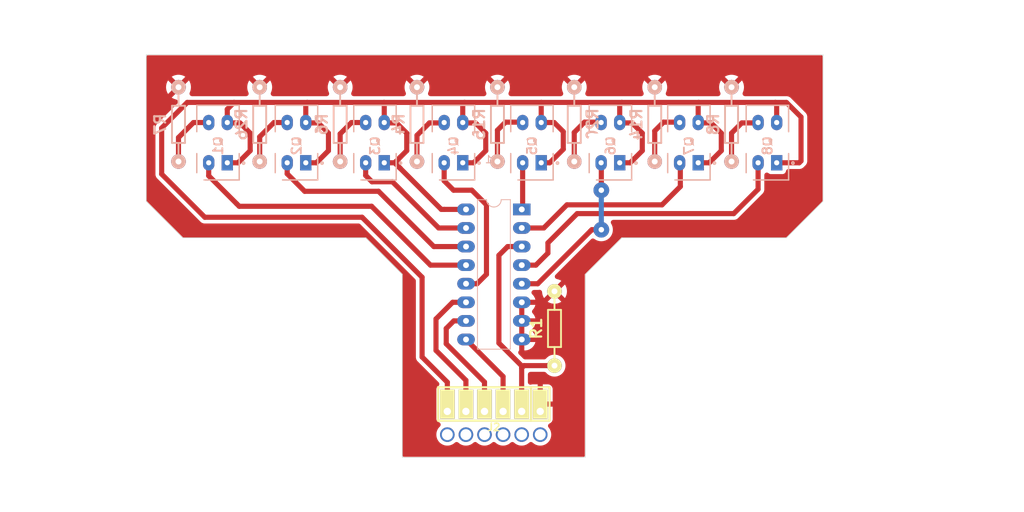
<source format=kicad_pcb>
(kicad_pcb (version 20240108) (generator "pcbnew") (generator_version "8.0")
  (layers (0 "F.Cu" signal) (31 "B.Cu" signal) (34 "B.Paste" user) (35 "F.Paste" user) (36 "B.SilkS" user "B.Silkscreen") (37 "F.SilkS" user "F.Silkscreen") (38 "B.Mask" user) (39 "F.Mask" user) (44 "Edge.Cuts" user))
  (net 0 "")
  (net 1 "/CH_5")
  (net 2 "/CH_2")
  (net 3 "VCC")
  (net 4 "/CH_7")
  (net 5 "/B")
  (net 6 "/C")
  (net 7 "/COM")
  (net 8 "/A")
  (net 9 "GND")
  (net 10 "/CH_4")
  (net 11 "Net-(Q2-K)")
  (net 12 "Net-(Q3-K)")
  (net 13 "/CH_1")
  (net 14 "Net-(Q8-K)")
  (net 15 "/CH_6")
  (net 16 "/CH_0")
  (net 17 "/CH_3")
  (net 18 "Net-(Q5-K)")
  (net 19 "Net-(Q6-K)")
  (net 20 "Net-(Q1-K)")
  (net 21 "Net-(Q7-K)")
  (net 22 "Net-(Q4-K)")
  (footprint "MacroLib:RES0.3" (layer "F.Cu") (at 150.8 119.9 90)
    (property "Reference" "R1" (at 0 -2.5 270) (layer "F.SilkS") (effects (font (size 1.5 1.5) (thickness 0.3))))
    (property "Value" "10k" (hide yes))
    (fp_line (start 2.54 -0.889) (end -2.54 -0.889) (stroke (width 0.254)) (layer "F.SilkS"))
    (fp_line (start -2.54 -0.889) (end -2.54 0.889) (stroke (width 0.254)) (layer "F.SilkS"))
    (fp_line (start 2.54 0) (end 4.191 0) (stroke (width 0.254)) (layer "F.SilkS"))
    (fp_line (start -2.54 0) (end -4.191 0) (stroke (width 0.254)) (layer "F.SilkS"))
    (fp_line (start 2.54 0.889) (end 2.54 -0.889) (stroke (width 0.254)) (layer "F.SilkS"))
    (fp_line (start -2.54 0.889) (end 2.54 0.889) (stroke (width 0.254)) (layer "F.SilkS"))
    (pad "1" thru_hole circle (at -5.08 0 90) (size 1.99898 1.99898) (drill 0.8001) (layers "*.Cu" "*.Mask" "F.SilkS") (net 7 "/COM"))
    (pad "2" thru_hole circle (at 5.08 0 90) (size 1.99898 1.99898) (drill 0.8001) (layers "*.Cu" "*.Mask" "F.SilkS") (net 9 "GND"))
  )
  (footprint "MacroLib:Pin_Header_Wire_6" (layer "F.Cu") (at 142.5 131.2387 180)
    (property "Reference" "J2" (at 0 -2.159 180) (layer "F.SilkS") (effects (font (size 1.016 1.016) (thickness 0.2032))))
    (property "Value" "Conn_01x06" (hide yes))
    (fp_line (start 7.62 3.3) (end -7.62 3.3) (stroke (width 0.3048)) (layer "F.SilkS"))
    (fp_line (start 7.62 -1.27) (end 7.62 3.3) (stroke (width 0.3048)) (layer "F.SilkS"))
    (fp_line (start -5.08 -1.27) (end -5.08 3.3) (stroke (width 0.3048)) (layer "F.SilkS"))
    (fp_line (start -7.62 3.3) (end -7.62 -1.27) (stroke (width 0.3048)) (layer "F.SilkS"))
    (fp_line (start -7.62 -1.27) (end 7.62 -1.27) (stroke (width 0.3048)) (layer "F.SilkS"))
    (pad "" thru_hole circle (at -6.35 -3.175 180) (size 2 2) (drill 1.5) (layers "*.Cu" "*.Mask"))
    (pad "" thru_hole circle (at -3.81 -3.175 180) (size 2 2) (drill 1.5) (layers "*.Cu" "*.Mask"))
    (pad "" thru_hole circle (at -1.27 -3.175 180) (size 2 2) (drill 1.5) (layers "*.Cu" "*.Mask"))
    (pad "" thru_hole circle (at 1.27 -3.175 180) (size 2 2) (drill 1.5) (layers "*.Cu" "*.Mask"))
    (pad "" thru_hole circle (at 3.81 -3.175 180) (size 2 2) (drill 1.5) (layers "*.Cu" "*.Mask"))
    (pad "" thru_hole circle (at 6.35 -3.175 180) (size 2 2) (drill 1.5) (layers "*.Cu" "*.Mask"))
    (pad "1" thru_hole rect (at -6.35 0 180) (size 2 4) (drill 1 (offset 0 1)) (layers "*.Cu" "F.SilkS") (net 9 "GND"))
    (pad "2" thru_hole rect (at -3.81 0 180) (size 2 4) (drill 1 (offset 0 1)) (layers "*.Cu" "F.SilkS") (net 7 "/COM"))
    (pad "3" thru_hole rect (at -1.27 0 180) (size 2 4) (drill 1 (offset 0 1)) (layers "*.Cu" "F.SilkS") (net 6 "/C"))
    (pad "4" thru_hole rect (at 1.27 0 180) (size 2 4) (drill 1 (offset 0 1)) (layers "*.Cu" "F.SilkS") (net 5 "/B"))
    (pad "5" thru_hole rect (at 3.81 0 180) (size 2 4) (drill 1 (offset 0 1)) (layers "*.Cu" "F.SilkS") (net 8 "/A"))
    (pad "6" thru_hole rect (at 6.35 0 180) (size 2 4) (drill 1 (offset 0 1)) (layers "*.Cu" "F.SilkS") (net 3 "VCC"))
  )
  (footprint "MacroLib:TCRT5000L" (layer "B.Cu") (at 179.9 94.5 90)
    (property "Reference" "Q8" (at -0.432 0.015 90) (layer "B.SilkS") (effects (font (size 1.27 1.27) (thickness 0.254)) (justify mirror)))
    (property "Value" "TCRT5000" (hide yes))
    (fp_line (start 1.5 -2.9) (end 5.1 -2.9) (stroke (width 0.2)) (layer "B.SilkS"))
    (fp_line (start -4.1 -2.9) (end -1.5 -2.9) (stroke (width 0.2)) (layer "B.SilkS"))
    (fp_line (start -5.1 -1.9) (end -5.1 2.9) (stroke (width 0.2)) (layer "B.SilkS"))
    (fp_line (start 5.1 2.9) (end 5.1 -2.9) (stroke (width 0.2)) (layer "B.SilkS"))
    (fp_line (start 1.5 2.9) (end 5.1 2.9) (stroke (width 0.2)) (layer "B.SilkS"))
    (fp_line (start -1.5 2.9) (end -5.1 2.9) (stroke (width 0.2)) (layer "B.SilkS"))
    (fp_circle (center -2.79 3.492) (end -2.79 3.434) (stroke (width 0.2)) (fill none) (layer "B.SilkS"))
    (pad "" np_thru_hole circle (at -4.65 -2.45 90) (size 1 1) (drill 1) (layers "*.Cu" "*.Mask"))
    (pad "" np_thru_hole circle (at 0 -1.9 90) (size 2.5 2.5) (drill 2.5) (layers "*.Cu" "*.Mask"))
    (pad "" np_thru_hole circle (at 0 1.9 90) (size 2.5 2.5) (drill 2.5) (layers "*.Cu" "*.Mask"))
    (pad "1" thru_hole rect (at -2.75 1.27 90) (size 2.1 1.55) (drill 0.7) (layers "*.Cu" "*.Mask") (net 3 "VCC"))
    (pad "2" thru_hole oval (at -2.75 -1.27 90) (size 2.1 1.55) (drill 0.7) (layers "*.Cu" "*.Mask") (net 4 "/CH_7"))
    (pad "3" thru_hole oval (at 2.75 -1.27 90) (size 2.1 1.55) (drill 0.7) (layers "*.Cu" "*.Mask") (net 14 "Net-(Q8-K)"))
    (pad "4" thru_hole oval (at 2.75 1.27 90) (size 2.1 1.55) (drill 0.7) (layers "*.Cu" "*.Mask") (net 3 "VCC"))
  )
  (footprint "MacroLib:TCRT5000L" (layer "B.Cu") (at 126.257142 94.5 90)
    (property "Reference" "Q3" (at -0.432 0.015 90) (layer "B.SilkS") (effects (font (size 1.27 1.27) (thickness 0.254)) (justify mirror)))
    (property "Value" "TCRT5000" (hide yes))
    (fp_line (start 1.5 -2.9) (end 5.1 -2.9) (stroke (width 0.2)) (layer "B.SilkS"))
    (fp_line (start -4.1 -2.9) (end -1.5 -2.9) (stroke (width 0.2)) (layer "B.SilkS"))
    (fp_line (start -5.1 -1.9) (end -5.1 2.9) (stroke (width 0.2)) (layer "B.SilkS"))
    (fp_line (start 5.1 2.9) (end 5.1 -2.9) (stroke (width 0.2)) (layer "B.SilkS"))
    (fp_line (start 1.5 2.9) (end 5.1 2.9) (stroke (width 0.2)) (layer "B.SilkS"))
    (fp_line (start -1.5 2.9) (end -5.1 2.9) (stroke (width 0.2)) (layer "B.SilkS"))
    (fp_circle (center -2.79 3.492) (end -2.79 3.434) (stroke (width 0.2)) (fill none) (layer "B.SilkS"))
    (pad "" np_thru_hole circle (at -4.65 -2.45 90) (size 1 1) (drill 1) (layers "*.Cu" "*.Mask"))
    (pad "" np_thru_hole circle (at 0 -1.9 90) (size 2.5 2.5) (drill 2.5) (layers "*.Cu" "*.Mask"))
    (pad "" np_thru_hole circle (at 0 1.9 90) (size 2.5 2.5) (drill 2.5) (layers "*.Cu" "*.Mask"))
    (pad "1" thru_hole rect (at -2.75 1.27 90) (size 2.1 1.55) (drill 0.7) (layers "*.Cu" "*.Mask") (net 3 "VCC"))
    (pad "2" thru_hole oval (at -2.75 -1.27 90) (size 2.1 1.55) (drill 0.7) (layers "*.Cu" "*.Mask") (net 2 "/CH_2"))
    (pad "3" thru_hole oval (at 2.75 -1.27 90) (size 2.1 1.55) (drill 0.7) (layers "*.Cu" "*.Mask") (net 12 "Net-(Q3-K)"))
    (pad "4" thru_hole oval (at 2.75 1.27 90) (size 2.1 1.55) (drill 0.7) (layers "*.Cu" "*.Mask") (net 3 "VCC"))
  )
  (footprint "MacroLib:RES0.3" (layer "B.Cu") (at 110.5 92 -90)
    (property "Reference" "R26" (at 0 2.5 90) (layer "B.SilkS") (effects (font (size 1.5 1.5) (thickness 0.3)) (justify mirror)))
    (property "Value" "220" (hide yes))
    (fp_line (start -2.54 0.889) (end 2.54 0.889) (stroke (width 0.254)) (layer "B.SilkS"))
    (fp_line (start 2.54 0.889) (end 2.54 -0.889) (stroke (width 0.254)) (layer "B.SilkS"))
    (fp_line (start -4.191 0) (end -2.54 0) (stroke (width 0.254)) (layer "B.SilkS"))
    (fp_line (start 4.191 0) (end 2.54 0) (stroke (width 0.254)) (layer "B.SilkS"))
    (fp_line (start -2.54 -0.889) (end -2.54 0.889) (stroke (width 0.254)) (layer "B.SilkS"))
    (fp_line (start 2.54 -0.889) (end -2.54 -0.889) (stroke (width 0.254)) (layer "B.SilkS"))
    (pad "1" thru_hole circle (at -5.08 0 270) (size 1.99898 1.99898) (drill 0.8001) (layers "*.Cu" "*.Mask" "B.SilkS") (net 9 "GND"))
    (pad "2" thru_hole circle (at 5.08 0 270) (size 1.99898 1.99898) (drill 0.8001) (layers "*.Cu" "*.Mask" "B.SilkS") (net 11 "Net-(Q2-K)"))
  )
  (footprint "MacroLib:RES0.3" (layer "B.Cu") (at 164.5 92 -90)
    (property "Reference" "R14" (at 0 2.5 90) (layer "B.SilkS") (effects (font (size 1.5 1.5) (thickness 0.3)) (justify mirror)))
    (property "Value" "220" (hide yes))
    (fp_line (start -2.54 0.889) (end 2.54 0.889) (stroke (width 0.254)) (layer "B.SilkS"))
    (fp_line (start 2.54 0.889) (end 2.54 -0.889) (stroke (width 0.254)) (layer "B.SilkS"))
    (fp_line (start -4.191 0) (end -2.54 0) (stroke (width 0.254)) (layer "B.SilkS"))
    (fp_line (start 4.191 0) (end 2.54 0) (stroke (width 0.254)) (layer "B.SilkS"))
    (fp_line (start -2.54 -0.889) (end -2.54 0.889) (stroke (width 0.254)) (layer "B.SilkS"))
    (fp_line (start 2.54 -0.889) (end -2.54 -0.889) (stroke (width 0.254)) (layer "B.SilkS"))
    (pad "1" thru_hole circle (at -5.08 0 270) (size 1.99898 1.99898) (drill 0.8001) (layers "*.Cu" "*.Mask" "B.SilkS") (net 9 "GND"))
    (pad "2" thru_hole circle (at 5.08 0 270) (size 1.99898 1.99898) (drill 0.8001) (layers "*.Cu" "*.Mask" "B.SilkS") (net 21 "Net-(Q7-K)"))
  )
  (footprint "MacroLib:RES0.3" (layer "B.Cu") (at 99.4 92 -90)
    (property "Reference" "R7" (at 0 2.5 90) (layer "B.SilkS") (effects (font (size 1.5 1.5) (thickness 0.3)) (justify mirror)))
    (property "Value" "220" (hide yes))
    (fp_line (start -2.54 0.889) (end 2.54 0.889) (stroke (width 0.254)) (layer "B.SilkS"))
    (fp_line (start 2.54 0.889) (end 2.54 -0.889) (stroke (width 0.254)) (layer "B.SilkS"))
    (fp_line (start -4.191 0) (end -2.54 0) (stroke (width 0.254)) (layer "B.SilkS"))
    (fp_line (start 4.191 0) (end 2.54 0) (stroke (width 0.254)) (layer "B.SilkS"))
    (fp_line (start -2.54 -0.889) (end -2.54 0.889) (stroke (width 0.254)) (layer "B.SilkS"))
    (fp_line (start 2.54 -0.889) (end -2.54 -0.889) (stroke (width 0.254)) (layer "B.SilkS"))
    (pad "1" thru_hole circle (at -5.08 0 270) (size 1.99898 1.99898) (drill 0.8001) (layers "*.Cu" "*.Mask" "B.SilkS") (net 9 "GND"))
    (pad "2" thru_hole circle (at 5.08 0 270) (size 1.99898 1.99898) (drill 0.8001) (layers "*.Cu" "*.Mask" "B.SilkS") (net 20 "Net-(Q1-K)"))
  )
  (footprint "MacroLib:RES0.3" (layer "B.Cu") (at 143 92 -90)
    (property "Reference" "R15" (at 0 2.5 90) (layer "B.SilkS") (effects (font (size 1.5 1.5) (thickness 0.3)) (justify mirror)))
    (property "Value" "220" (hide yes))
    (fp_line (start -2.54 0.889) (end 2.54 0.889) (stroke (width 0.254)) (layer "B.SilkS"))
    (fp_line (start 2.54 0.889) (end 2.54 -0.889) (stroke (width 0.254)) (layer "B.SilkS"))
    (fp_line (start -4.191 0) (end -2.54 0) (stroke (width 0.254)) (layer "B.SilkS"))
    (fp_line (start 4.191 0) (end 2.54 0) (stroke (width 0.254)) (layer "B.SilkS"))
    (fp_line (start -2.54 -0.889) (end -2.54 0.889) (stroke (width 0.254)) (layer "B.SilkS"))
    (fp_line (start 2.54 -0.889) (end -2.54 -0.889) (stroke (width 0.254)) (layer "B.SilkS"))
    (pad "1" thru_hole circle (at -5.08 0 270) (size 1.99898 1.99898) (drill 0.8001) (layers "*.Cu" "*.Mask" "B.SilkS") (net 9 "GND"))
    (pad "2" thru_hole circle (at 5.08 0 270) (size 1.99898 1.99898) (drill 0.8001) (layers "*.Cu" "*.Mask" "B.SilkS") (net 18 "Net-(Q5-K)"))
  )
  (footprint "MacroLib:TCRT5000L" (layer "B.Cu") (at 136.985713 94.5 90)
    (property "Reference" "Q4" (at -0.432 0.015 90) (layer "B.SilkS") (effects (font (size 1.27 1.27) (thickness 0.254)) (justify mirror)))
    (property "Value" "TCRT5000" (hide yes))
    (fp_line (start 1.5 -2.9) (end 5.1 -2.9) (stroke (width 0.2)) (layer "B.SilkS"))
    (fp_line (start -4.1 -2.9) (end -1.5 -2.9) (stroke (width 0.2)) (layer "B.SilkS"))
    (fp_line (start -5.1 -1.9) (end -5.1 2.9) (stroke (width 0.2)) (layer "B.SilkS"))
    (fp_line (start 5.1 2.9) (end 5.1 -2.9) (stroke (width 0.2)) (layer "B.SilkS"))
    (fp_line (start 1.5 2.9) (end 5.1 2.9) (stroke (width 0.2)) (layer "B.SilkS"))
    (fp_line (start -1.5 2.9) (end -5.1 2.9) (stroke (width 0.2)) (layer "B.SilkS"))
    (fp_circle (center -2.79 3.492) (end -2.79 3.434) (stroke (width 0.2)) (fill none) (layer "B.SilkS"))
    (pad "" np_thru_hole circle (at -4.65 -2.45 90) (size 1 1) (drill 1) (layers "*.Cu" "*.Mask"))
    (pad "" np_thru_hole circle (at 0 -1.9 90) (size 2.5 2.5) (drill 2.5) (layers "*.Cu" "*.Mask"))
    (pad "" np_thru_hole circle (at 0 1.9 90) (size 2.5 2.5) (drill 2.5) (layers "*.Cu" "*.Mask"))
    (pad "1" thru_hole rect (at -2.75 1.27 90) (size 2.1 1.55) (drill 0.7) (layers "*.Cu" "*.Mask") (net 3 "VCC"))
    (pad "2" thru_hole oval (at -2.75 -1.27 90) (size 2.1 1.55) (drill 0.7) (layers "*.Cu" "*.Mask") (net 17 "/CH_3"))
    (pad "3" thru_hole oval (at 2.75 -1.27 90) (size 2.1 1.55) (drill 0.7) (layers "*.Cu" "*.Mask") (net 22 "Net-(Q4-K)"))
    (pad "4" thru_hole oval (at 2.75 1.27 90) (size 2.1 1.55) (drill 0.7) (layers "*.Cu" "*.Mask") (net 3 "VCC"))
  )
  (footprint "MacroLib:DIP-16" (layer "B.Cu") (at 146.325 103.625 180)
    (property "Reference" "IC1" (at 3.81 6.83 180) (layer "B.SilkS") (effects (justify mirror)))
    (property "Value" "CD4051B")
    (fp_line (start 6.06 1.33) (end 6.06 -19.11) (stroke (width 0.12)) (layer "B.SilkS"))
    (fp_line (start 6.06 -19.11) (end 1.56 -19.11) (stroke (width 0.12)) (layer "B.SilkS"))
    (fp_line (start 4.81 1.33) (end 6.06 1.33) (stroke (width 0.12)) (layer "B.SilkS"))
    (fp_line (start 1.56 1.33) (end 2.81 1.33) (stroke (width 0.12)) (layer "B.SilkS"))
    (fp_line (start 1.56 -19.11) (end 1.56 1.33) (stroke (width 0.12)) (layer "B.SilkS"))
    (fp_arc (start 2.81 1.33) (mid 3.81 0.33) (end 4.81 1.33) (stroke (width 0.12)) (layer "B.SilkS"))
    (pad "1" thru_hole rect (at 0 0 180) (size 2.4 1.6) (drill 0.8) (layers "*.Cu" "*.Mask") (net 10 "/CH_4"))
    (pad "2" thru_hole oval (at 0 -2.54 180) (size 2.4 1.6) (drill 0.8) (layers "*.Cu" "*.Mask") (net 15 "/CH_6"))
    (pad "3" thru_hole oval (at 0 -5.08 180) (size 2.4 1.6) (drill 0.8) (layers "*.Cu" "*.Mask") (net 7 "/COM"))
    (pad "4" thru_hole oval (at 0 -7.62 180) (size 2.4 1.6) (drill 0.8) (layers "*.Cu" "*.Mask") (net 4 "/CH_7"))
    (pad "5" thru_hole oval (at 0 -10.16 180) (size 2.4 1.6) (drill 0.8) (layers "*.Cu" "*.Mask") (net 1 "/CH_5"))
    (pad "6" thru_hole oval (at 0 -12.7 180) (size 2.4 1.6) (drill 0.8) (layers "*.Cu" "*.Mask") (net 9 "GND"))
    (pad "7" thru_hole oval (at 0 -15.24 180) (size 2.4 1.6) (drill 0.8) (layers "*.Cu" "*.Mask") (net 9 "GND"))
    (pad "8" thru_hole oval (at 0 -17.78 180) (size 2.4 1.6) (drill 0.8) (layers "*.Cu" "*.Mask") (net 9 "GND"))
    (pad "9" thru_hole oval (at 7.62 -17.78 180) (size 2.4 1.6) (drill 0.8) (layers "*.Cu" "*.Mask") (net 6 "/C"))
    (pad "10" thru_hole oval (at 7.62 -15.24 180) (size 2.4 1.6) (drill 0.8) (layers "*.Cu" "*.Mask") (net 5 "/B"))
    (pad "11" thru_hole oval (at 7.62 -12.7 180) (size 2.4 1.6) (drill 0.8) (layers "*.Cu" "*.Mask") (net 8 "/A"))
    (pad "12" thru_hole oval (at 7.62 -10.16 180) (size 2.4 1.6) (drill 0.8) (layers "*.Cu" "*.Mask") (net 17 "/CH_3"))
    (pad "13" thru_hole oval (at 7.62 -7.62 180) (size 2.4 1.6) (drill 0.8) (layers "*.Cu" "*.Mask") (net 16 "/CH_0"))
    (pad "14" thru_hole oval (at 7.62 -5.08 180) (size 2.4 1.6) (drill 0.8) (layers "*.Cu" "*.Mask") (net 13 "/CH_1"))
    (pad "15" thru_hole oval (at 7.62 -2.54 180) (size 2.4 1.6) (drill 0.8) (layers "*.Cu" "*.Mask") (net 2 "/CH_2"))
    (pad "16" thru_hole oval (at 7.62 0 180) (size 2.4 1.6) (drill 0.8) (layers "*.Cu" "*.Mask") (net 3 "VCC"))
  )
  (footprint "MacroLib:RES0.3" (layer "B.Cu") (at 121.5 92 -90)
    (property "Reference" "R6" (at 0 2.5 90) (layer "B.SilkS") (effects (font (size 1.5 1.5) (thickness 0.3)) (justify mirror)))
    (property "Value" "220" (hide yes))
    (fp_line (start -2.54 0.889) (end 2.54 0.889) (stroke (width 0.254)) (layer "B.SilkS"))
    (fp_line (start 2.54 0.889) (end 2.54 -0.889) (stroke (width 0.254)) (layer "B.SilkS"))
    (fp_line (start -4.191 0) (end -2.54 0) (stroke (width 0.254)) (layer "B.SilkS"))
    (fp_line (start 4.191 0) (end 2.54 0) (stroke (width 0.254)) (layer "B.SilkS"))
    (fp_line (start -2.54 -0.889) (end -2.54 0.889) (stroke (width 0.254)) (layer "B.SilkS"))
    (fp_line (start 2.54 -0.889) (end -2.54 -0.889) (stroke (width 0.254)) (layer "B.SilkS"))
    (pad "1" thru_hole circle (at -5.08 0 270) (size 1.99898 1.99898) (drill 0.8001) (layers "*.Cu" "*.Mask" "B.SilkS") (net 9 "GND"))
    (pad "2" thru_hole circle (at 5.08 0 270) (size 1.99898 1.99898) (drill 0.8001) (layers "*.Cu" "*.Mask" "B.SilkS") (net 12 "Net-(Q3-K)"))
  )
  (footprint "MacroLib:RES0.3" (layer "B.Cu") (at 175 92 -90)
    (property "Reference" "R8" (at 0 2.5 90) (layer "B.SilkS") (effects (font (size 1.5 1.5) (thickness 0.3)) (justify mirror)))
    (property "Value" "220" (hide yes))
    (fp_line (start -2.54 0.889) (end 2.54 0.889) (stroke (width 0.254)) (layer "B.SilkS"))
    (fp_line (start 2.54 0.889) (end 2.54 -0.889) (stroke (width 0.254)) (layer "B.SilkS"))
    (fp_line (start -4.191 0) (end -2.54 0) (stroke (width 0.254)) (layer "B.SilkS"))
    (fp_line (start 4.191 0) (end 2.54 0) (stroke (width 0.254)) (layer "B.SilkS"))
    (fp_line (start -2.54 -0.889) (end -2.54 0.889) (stroke (width 0.254)) (layer "B.SilkS"))
    (fp_line (start 2.54 -0.889) (end -2.54 -0.889) (stroke (width 0.254)) (layer "B.SilkS"))
    (pad "1" thru_hole circle (at -5.08 0 270) (size 1.99898 1.99898) (drill 0.8001) (layers "*.Cu" "*.Mask" "B.SilkS") (net 9 "GND"))
    (pad "2" thru_hole circle (at 5.08 0 270) (size 1.99898 1.99898) (drill 0.8001) (layers "*.Cu" "*.Mask" "B.SilkS") (net 14 "Net-(Q8-K)"))
  )
  (footprint "MacroLib:RES0.3" (layer "B.Cu") (at 153.5 92 90)
    (property "Reference" "R20" (at 0 2.5 -90) (layer "B.SilkS") (effects (font (size 1.5 1.5) (thickness 0.3)) (justify mirror)))
    (property "Value" "220" (hide yes))
    (fp_line (start 2.54 -0.889) (end -2.54 -0.889) (stroke (width 0.254)) (layer "B.SilkS"))
    (fp_line (start -2.54 -0.889) (end -2.54 0.889) (stroke (width 0.254)) (layer "B.SilkS"))
    (fp_line (start 4.191 0) (end 2.54 0) (stroke (width 0.254)) (layer "B.SilkS"))
    (fp_line (start -4.191 0) (end -2.54 0) (stroke (width 0.254)) (layer "B.SilkS"))
    (fp_line (start 2.54 0.889) (end 2.54 -0.889) (stroke (width 0.254)) (layer "B.SilkS"))
    (fp_line (start -2.54 0.889) (end 2.54 0.889) (stroke (width 0.254)) (layer "B.SilkS"))
    (pad "1" thru_hole circle (at -5.08 0 90) (size 1.99898 1.99898) (drill 0.8001) (layers "*.Cu" "*.Mask" "B.SilkS") (net 19 "Net-(Q6-K)"))
    (pad "2" thru_hole circle (at 5.08 0 90) (size 1.99898 1.99898) (drill 0.8001) (layers "*.Cu" "*.Mask" "B.SilkS") (net 9 "GND"))
  )
  (footprint "MacroLib:RES0.3" (layer "B.Cu") (at 132 92 -90)
    (property "Reference" "R4" (at 0 2.5 90) (layer "B.SilkS") (effects (font (size 1.5 1.5) (thickness 0.3)) (justify mirror)))
    (property "Value" "220" (hide yes))
    (fp_line (start -2.54 0.889) (end 2.54 0.889) (stroke (width 0.254)) (layer "B.SilkS"))
    (fp_line (start 2.54 0.889) (end 2.54 -0.889) (stroke (width 0.254)) (layer "B.SilkS"))
    (fp_line (start -4.191 0) (end -2.54 0) (stroke (width 0.254)) (layer "B.SilkS"))
    (fp_line (start 4.191 0) (end 2.54 0) (stroke (width 0.254)) (layer "B.SilkS"))
    (fp_line (start -2.54 -0.889) (end -2.54 0.889) (stroke (width 0.254)) (layer "B.SilkS"))
    (fp_line (start 2.54 -0.889) (end -2.54 -0.889) (stroke (width 0.254)) (layer "B.SilkS"))
    (pad "1" thru_hole circle (at -5.08 0 270) (size 1.99898 1.99898) (drill 0.8001) (layers "*.Cu" "*.Mask" "B.SilkS") (net 9 "GND"))
    (pad "2" thru_hole circle (at 5.08 0 270) (size 1.99898 1.99898) (drill 0.8001) (layers "*.Cu" "*.Mask" "B.SilkS") (net 22 "Net-(Q4-K)"))
  )
  (footprint "MacroLib:TCRT5000L" (layer "B.Cu") (at 169.171426 94.5 90)
    (property "Reference" "Q7" (at -0.432 0.015 90) (layer "B.SilkS") (effects (font (size 1.27 1.27) (thickness 0.254)) (justify mirror)))
    (property "Value" "TCRT5000" (hide yes))
    (fp_line (start 1.5 -2.9) (end 5.1 -2.9) (stroke (width 0.2)) (layer "B.SilkS"))
    (fp_line (start -4.1 -2.9) (end -1.5 -2.9) (stroke (width 0.2)) (layer "B.SilkS"))
    (fp_line (start -5.1 -1.9) (end -5.1 2.9) (stroke (width 0.2)) (layer "B.SilkS"))
    (fp_line (start 5.1 2.9) (end 5.1 -2.9) (stroke (width 0.2)) (layer "B.SilkS"))
    (fp_line (start 1.5 2.9) (end 5.1 2.9) (stroke (width 0.2)) (layer "B.SilkS"))
    (fp_line (start -1.5 2.9) (end -5.1 2.9) (stroke (width 0.2)) (layer "B.SilkS"))
    (fp_circle (center -2.79 3.492) (end -2.79 3.434) (stroke (width 0.2)) (fill none) (layer "B.SilkS"))
    (pad "" np_thru_hole circle (at -4.65 -2.45 90) (size 1 1) (drill 1) (layers "*.Cu" "*.Mask"))
    (pad "" np_thru_hole circle (at 0 -1.9 90) (size 2.5 2.5) (drill 2.5) (layers "*.Cu" "*.Mask"))
    (pad "" np_thru_hole circle (at 0 1.9 90) (size 2.5 2.5) (drill 2.5) (layers "*.Cu" "*.Mask"))
    (pad "1" thru_hole rect (at -2.75 1.27 90) (size 2.1 1.55) (drill 0.7) (layers "*.Cu" "*.Mask") (net 3 "VCC"))
    (pad "2" thru_hole oval (at -2.75 -1.27 90) (size 2.1 1.55) (drill 0.7) (layers "*.Cu" "*.Mask") (net 15 "/CH_6"))
    (pad "3" thru_hole oval (at 2.75 -1.27 90) (size 2.1 1.55) (drill 0.7) (layers "*.Cu" "*.Mask") (net 21 "Net-(Q7-K)"))
    (pad "4" thru_hole oval (at 2.75 1.27 90) (size 2.1 1.55) (drill 0.7) (layers "*.Cu" "*.Mask") (net 3 "VCC"))
  )
  (footprint "MacroLib:TCRT5000L" (layer "B.Cu") (at 158.442855 94.5 90)
    (property "Reference" "Q6" (at -0.432 0.015 90) (layer "B.SilkS") (effects (font (size 1.27 1.27) (thickness 0.254)) (justify mirror)))
    (property "Value" "TCRT5000" (hide yes))
    (fp_line (start 1.5 -2.9) (end 5.1 -2.9) (stroke (width 0.2)) (layer "B.SilkS"))
    (fp_line (start -4.1 -2.9) (end -1.5 -2.9) (stroke (width 0.2)) (layer "B.SilkS"))
    (fp_line (start -5.1 -1.9) (end -5.1 2.9) (stroke (width 0.2)) (layer "B.SilkS"))
    (fp_line (start 5.1 2.9) (end 5.1 -2.9) (stroke (width 0.2)) (layer "B.SilkS"))
    (fp_line (start 1.5 2.9) (end 5.1 2.9) (stroke (width 0.2)) (layer "B.SilkS"))
    (fp_line (start -1.5 2.9) (end -5.1 2.9) (stroke (width 0.2)) (layer "B.SilkS"))
    (fp_circle (center -2.79 3.492) (end -2.79 3.434) (stroke (width 0.2)) (fill none) (layer "B.SilkS"))
    (pad "" np_thru_hole circle (at -4.65 -2.45 90) (size 1 1) (drill 1) (layers "*.Cu" "*.Mask"))
    (pad "" np_thru_hole circle (at 0 -1.9 90) (size 2.5 2.5) (drill 2.5) (layers "*.Cu" "*.Mask"))
    (pad "" np_thru_hole circle (at 0 1.9 90) (size 2.5 2.5) (drill 2.5) (layers "*.Cu" "*.Mask"))
    (pad "1" thru_hole rect (at -2.75 1.27 90) (size 2.1 1.55) (drill 0.7) (layers "*.Cu" "*.Mask") (net 3 "VCC"))
    (pad "2" thru_hole oval (at -2.75 -1.27 90) (size 2.1 1.55) (drill 0.7) (layers "*.Cu" "*.Mask") (net 1 "/CH_5"))
    (pad "3" thru_hole oval (at 2.75 -1.27 90) (size 2.1 1.55) (drill 0.7) (layers "*.Cu" "*.Mask") (net 19 "Net-(Q6-K)"))
    (pad "4" thru_hole oval (at 2.75 1.27 90) (size 2.1 1.55) (drill 0.7) (layers "*.Cu" "*.Mask") (net 3 "VCC"))
  )
  (footprint "MacroLib:TCRT5000L" (layer "B.Cu") (at 147.714284 94.5 90)
    (property "Reference" "Q5" (at -0.432 0.015 90) (layer "B.SilkS") (effects (font (size 1.27 1.27) (thickness 0.254)) (justify mirror)))
    (property "Value" "TCRT5000" (hide yes))
    (fp_line (start 1.5 -2.9) (end 5.1 -2.9) (stroke (width 0.2)) (layer "B.SilkS"))
    (fp_line (start -4.1 -2.9) (end -1.5 -2.9) (stroke (width 0.2)) (layer "B.SilkS"))
    (fp_line (start -5.1 -1.9) (end -5.1 2.9) (stroke (width 0.2)) (layer "B.SilkS"))
    (fp_line (start 5.1 2.9) (end 5.1 -2.9) (stroke (width 0.2)) (layer "B.SilkS"))
    (fp_line (start 1.5 2.9) (end 5.1 2.9) (stroke (width 0.2)) (layer "B.SilkS"))
    (fp_line (start -1.5 2.9) (end -5.1 2.9) (stroke (width 0.2)) (layer "B.SilkS"))
    (fp_circle (center -2.79 3.492) (end -2.79 3.434) (stroke (width 0.2)) (fill none) (layer "B.SilkS"))
    (pad "" np_thru_hole circle (at -4.65 -2.45 90) (size 1 1) (drill 1) (layers "*.Cu" "*.Mask"))
    (pad "" np_thru_hole circle (at 0 -1.9 90) (size 2.5 2.5) (drill 2.5) (layers "*.Cu" "*.Mask"))
    (pad "" np_thru_hole circle (at 0 1.9 90) (size 2.5 2.5) (drill 2.5) (layers "*.Cu" "*.Mask"))
    (pad "1" thru_hole rect (at -2.75 1.27 90) (size 2.1 1.55) (drill 0.7) (layers "*.Cu" "*.Mask") (net 3 "VCC"))
    (pad "2" thru_hole oval (at -2.75 -1.27 90) (size 2.1 1.55) (drill 0.7) (layers "*.Cu" "*.Mask") (net 10 "/CH_4"))
    (pad "3" thru_hole oval (at 2.75 -1.27 90) (size 2.1 1.55) (drill 0.7) (layers "*.Cu" "*.Mask") (net 18 "Net-(Q5-K)"))
    (pad "4" thru_hole oval (at 2.75 1.27 90) (size 2.1 1.55) (drill 0.7) (layers "*.Cu" "*.Mask") (net 3 "VCC"))
  )
  (footprint "MacroLib:TCRT5000L" (layer "B.Cu") (at 104.8 94.5 90)
    (property "Reference" "Q1" (at -0.432 0.015 90) (layer "B.SilkS") (effects (font (size 1.27 1.27) (thickness 0.254)) (justify mirror)))
    (property "Value" "TCRT5000" (hide yes))
    (fp_line (start 1.5 -2.9) (end 5.1 -2.9) (stroke (width 0.2)) (layer "B.SilkS"))
    (fp_line (start -4.1 -2.9) (end -1.5 -2.9) (stroke (width 0.2)) (layer "B.SilkS"))
    (fp_line (start -5.1 -1.9) (end -5.1 2.9) (stroke (width 0.2)) (layer "B.SilkS"))
    (fp_line (start 5.1 2.9) (end 5.1 -2.9) (stroke (width 0.2)) (layer "B.SilkS"))
    (fp_line (start 1.5 2.9) (end 5.1 2.9) (stroke (width 0.2)) (layer "B.SilkS"))
    (fp_line (start -1.5 2.9) (end -5.1 2.9) (stroke (width 0.2)) (layer "B.SilkS"))
    (fp_circle (center -2.79 3.492) (end -2.79 3.434) (stroke (width 0.2)) (fill none) (layer "B.SilkS"))
    (pad "" np_thru_hole circle (at -4.65 -2.45 90) (size 1 1) (drill 1) (layers "*.Cu" "*.Mask"))
    (pad "" np_thru_hole circle (at 0 -1.9 90) (size 2.5 2.5) (drill 2.5) (layers "*.Cu" "*.Mask"))
    (pad "" np_thru_hole circle (at 0 1.9 90) (size 2.5 2.5) (drill 2.5) (layers "*.Cu" "*.Mask"))
    (pad "1" thru_hole rect (at -2.75 1.27 90) (size 2.1 1.55) (drill 0.7) (layers "*.Cu" "*.Mask") (net 3 "VCC"))
    (pad "2" thru_hole oval (at -2.75 -1.27 90) (size 2.1 1.55) (drill 0.7) (layers "*.Cu" "*.Mask") (net 16 "/CH_0"))
    (pad "3" thru_hole oval (at 2.75 -1.27 90) (size 2.1 1.55) (drill 0.7) (layers "*.Cu" "*.Mask") (net 20 "Net-(Q1-K)"))
    (pad "4" thru_hole oval (at 2.75 1.27 90) (size 2.1 1.55) (drill 0.7) (layers "*.Cu" "*.Mask") (net 3 "VCC"))
  )
  (footprint "MacroLib:TCRT5000L" (layer "B.Cu") (at 115.528571 94.5 90)
    (property "Reference" "Q2" (at -0.432 0.015 90) (layer "B.SilkS") (effects (font (size 1.27 1.27) (thickness 0.254)) (justify mirror)))
    (property "Value" "TCRT5000" (hide yes))
    (fp_line (start 1.5 -2.9) (end 5.1 -2.9) (stroke (width 0.2)) (layer "B.SilkS"))
    (fp_line (start -4.1 -2.9) (end -1.5 -2.9) (stroke (width 0.2)) (layer "B.SilkS"))
    (fp_line (start -5.1 -1.9) (end -5.1 2.9) (stroke (width 0.2)) (layer "B.SilkS"))
    (fp_line (start 5.1 2.9) (end 5.1 -2.9) (stroke (width 0.2)) (layer "B.SilkS"))
    (fp_line (start 1.5 2.9) (end 5.1 2.9) (stroke (width 0.2)) (layer "B.SilkS"))
    (fp_line (start -1.5 2.9) (end -5.1 2.9) (stroke (width 0.2)) (layer "B.SilkS"))
    (fp_circle (center -2.79 3.492) (end -2.79 3.434) (stroke (width 0.2)) (fill none) (layer "B.SilkS"))
    (pad "" np_thru_hole circle (at -4.65 -2.45 90) (size 1 1) (drill 1) (layers "*.Cu" "*.Mask"))
    (pad "" np_thru_hole circle (at 0 -1.9 90) (size 2.5 2.5) (drill 2.5) (layers "*.Cu" "*.Mask"))
    (pad "" np_thru_hole circle (at 0 1.9 90) (size 2.5 2.5) (drill 2.5) (layers "*.Cu" "*.Mask"))
    (pad "1" thru_hole rect (at -2.75 1.27 90) (size 2.1 1.55) (drill 0.7) (layers "*.Cu" "*.Mask") (net 3 "VCC"))
    (pad "2" thru_hole oval (at -2.75 -1.27 90) (size 2.1 1.55) (drill 0.7) (layers "*.Cu" "*.Mask") (net 13 "/CH_1"))
    (pad "3" thru_hole oval (at 2.75 -1.27 90) (size 2.1 1.55) (drill 0.7) (layers "*.Cu" "*.Mask") (net 11 "Net-(Q2-K)"))
    (pad "4" thru_hole oval (at 2.75 1.27 90) (size 2.1 1.55) (drill 0.7) (layers "*.Cu" "*.Mask") (net 3 "VCC"))
  )
  (gr_line (start 95 82.5) (end 95 102.5) (stroke (width 0.1)) (layer "Edge.Cuts"))
  (gr_line (start 160 107.5) (end 182.5 107.5) (stroke (width 0.1)) (layer "Edge.Cuts"))
  (gr_line (start 125 107.5) (end 130 112.5) (stroke (width 0.1)) (layer "Edge.Cuts"))
  (gr_line (start 130 112.5) (end 130 137.5) (stroke (width 0.1)) (layer "Edge.Cuts"))
  (gr_line (start 95 102.5) (end 100 107.5) (stroke (width 0.1)) (layer "Edge.Cuts"))
  (gr_line (start 155 112.5) (end 160 107.5) (stroke (width 0.1)) (layer "Edge.Cuts"))
  (gr_line (start 130 137.5) (end 155 137.5) (stroke (width 0.1)) (layer "Edge.Cuts"))
  (gr_line (start 100 107.5) (end 125 107.5) (stroke (width 0.1)) (layer "Edge.Cuts"))
  (gr_line (start 155 137.5) (end 155 112.5) (stroke (width 0.1)) (layer "Edge.Cuts"))
  (gr_line (start 182.5 107.5) (end 187.5 102.5) (stroke (width 0.1)) (layer "Edge.Cuts"))
  (gr_line (start 187.5 102.5) (end 187.5 82.5) (stroke (width 0.1)) (layer "Edge.Cuts"))
  (gr_line (start 187.5 82.5) (end 95 82.5) (stroke (width 0.1)) (layer "Edge.Cuts"))
  (segment (start 157.2 97.277145) (end 157.172855 97.25) (width 0.7) (layer "F.Cu") (net 1))
  (segment (start 155.7 106.6) (end 155.9 106.4) (width 0.7) (layer "F.Cu") (net 1))
  (segment (start 148.515 113.785) (end 155.7 106.6) (width 0.7) (layer "F.Cu") (net 1))
  (segment (start 146.325 113.785) (end 148.515 113.785) (width 0.7) (layer "F.Cu") (net 1))
  (segment (start 155.9 106.4) (end 157.2 106.4) (width 0.7) (layer "F.Cu") (net 1))
  (segment (start 157.2 101) (end 157.2 97.277145) (width 0.7) (layer "F.Cu") (net 1))
  (via (at 157.2 106.4) (size 2.15) (drill 0.75) (layers "F.Cu" "B.Cu") (net 1))
  (via (at 157.2 101) (size 2.15) (drill 0.75) (layers "F.Cu" "B.Cu") (net 1))
  (segment (start 157.2 106.4) (end 157.2 101) (width 0.7) (layer "B.Cu") (net 1))
  (segment (start 134.965 106.165) (end 128.65 99.85) (width 0.7) (layer "F.Cu") (net 2))
  (segment (start 128.65 99.85) (end 125.85 99.85) (width 0.7) (layer "F.Cu") (net 2))
  (segment (start 124.987142 98.987142) (end 124.987142 97.25) (width 0.7) (layer "F.Cu") (net 2))
  (segment (start 138.705 106.165) (end 134.965 106.165) (width 0.7) (layer "F.Cu") (net 2))
  (segment (start 125.85 99.85) (end 124.987142 98.987142) (width 0.7) (layer "F.Cu") (net 2))
  (segment (start 128.95 97.25) (end 129.4 96.8) (width 0.7) (layer "F.Cu") (net 3))
  (segment (start 141.4 93.2) (end 140 91.8) (width 0.7) (layer "F.Cu") (net 3))
  (segment (start 129.7 98) (end 135.325 103.625) (width 0.7) (layer "F.Cu") (net 3))
  (segment (start 135.325 103.625) (end 135.725 103.625) (width 0.7) (layer "F.Cu") (net 3))
  (segment (start 116.798571 91.75) (end 116.798571 89.201429) (width 0.7) (layer "F.Cu") (net 3))
  (segment (start 181.17 89.17) (end 181.17 91.75) (width 0.7) (layer "F.Cu") (net 3))
  (segment (start 149 89) (end 160 89) (width 0.7) (layer "F.Cu") (net 3))
  (segment (start 116.812855 97.25) (end 118.25 97.25) (width 0.7) (layer "F.Cu") (net 3))
  (segment (start 124.5 104.7) (end 132.7 112.9) (width 0.7) (layer "F.Cu") (net 3))
  (segment (start 159.712855 89.287145) (end 160 89) (width 0.7) (layer "F.Cu") (net 3))
  (segment (start 148.984284 97.25) (end 150.15 97.25) (width 0.7) (layer "F.Cu") (net 3))
  (segment (start 119.9 93.2) (end 118.5 91.8) (width 0.7) (layer "F.Cu") (net 3))
  (segment (start 160 89) (end 170.5 89) (width 0.7) (layer "F.Cu") (net 3))
  (segment (start 118.5 91.8) (end 116.862855 91.8) (width 0.7) (layer "F.Cu") (net 3))
  (segment (start 132.7 112.9) (end 132.7 123.8) (width 0.7) (layer "F.Cu") (net 3))
  (segment (start 170.562855 91.8) (end 170.512855 91.75) (width 0.7) (layer "F.Cu") (net 3))
  (segment (start 148.984284 89.015716) (end 149 89) (width 0.7) (layer "F.Cu") (net 3))
  (segment (start 141.4 95.6) (end 141.4 93.2) (width 0.7) (layer "F.Cu") (net 3))
  (segment (start 107.55 97.25) (end 109.2 95.6) (width 0.7) (layer "F.Cu") (net 3))
  (segment (start 148.984284 91.75) (end 148.984284 89.015716) (width 0.7) (layer "F.Cu") (net 3))
  (segment (start 152 95.4) (end 152 93) (width 0.7) (layer "F.Cu") (net 3))
  (segment (start 107 89) (end 117 89) (width 0.7) (layer "F.Cu") (net 3))
  (segment (start 150.75 91.75) (end 148.984284 91.75) (width 0.7) (layer "F.Cu") (net 3))
  (segment (start 128.95 97.25) (end 129.7 98) (width 0.7) (layer "F.Cu") (net 3))
  (segment (start 138.312855 97.25) (end 139.75 97.25) (width 0.7) (layer "F.Cu") (net 3))
  (segment (start 184.25 97.25) (end 184.5 97) (width 0.7) (layer "F.Cu") (net 3))
  (segment (start 129.2 91.8) (end 127.562855 91.8) (width 0.7) (layer "F.Cu") (net 3))
  (segment (start 107.8 91.8) (end 106.162855 91.8) (width 0.7) (layer "F.Cu") (net 3))
  (segment (start 106.162855 91.8) (end 106.112855 91.75) (width 0.7) (layer "F.Cu") (net 3))
  (segment (start 173.6 95.6) (end 173.6 93.2) (width 0.7) (layer "F.Cu") (net 3))
  (segment (start 171.95 97.25) (end 173.6 95.6) (width 0.7) (layer "F.Cu") (net 3))
  (segment (start 129.7 96.5) (end 130.6 95.6) (width 0.7) (layer "F.Cu") (net 3))
  (segment (start 97.1 98.8) (end 103 104.7) (width 0.7) (layer "F.Cu") (net 3))
  (segment (start 173.6 93.2) (end 172.2 91.8) (width 0.7) (layer "F.Cu") (net 3))
  (segment (start 119.9 95.6) (end 119.9 93.2) (width 0.7) (layer "F.Cu") (net 3))
  (segment (start 127.562855 91.8) (end 127.512855 91.75) (width 0.7) (layer "F.Cu") (net 3))
  (segment (start 159.712855 91.75) (end 159.712855 89.287145) (width 0.7) (layer "F.Cu") (net 3))
  (segment (start 170.441426 89.058574) (end 170.5 89) (width 0.7) (layer "F.Cu") (net 3))
  (segment (start 139.75 97.25) (end 141.4 95.6) (width 0.7) (layer "F.Cu") (net 3))
  (segment (start 170.441426 91.75) (end 170.441426 89.058574) (width 0.7) (layer "F.Cu") (net 3))
  (segment (start 117 89) (end 127.5 89) (width 0.7) (layer "F.Cu") (net 3))
  (segment (start 106.07 91.75) (end 106.07 89.93) (width 0.7) (layer "F.Cu") (net 3))
  (segment (start 184.5 97) (end 184.5 91) (width 0.7) (layer "F.Cu") (net 3))
  (segment (start 152 93) (end 150.75 91.75) (width 0.7) (layer "F.Cu") (net 3))
  (segment (start 107 89) (end 100.6 89) (width 0.7) (layer "F.Cu") (net 3))
  (segment (start 109.2 95.6) (end 109.2 93.2) (width 0.7) (layer "F.Cu") (net 3))
  (segment (start 103 104.7) (end 124.5 104.7) (width 0.7) (layer "F.Cu") (net 3))
  (segment (start 138.255713 89.244287) (end 138.5 89) (width 0.7) (layer "F.Cu") (net 3))
  (segment (start 129.4 96.8) (end 129.4 97.7) (width 0.7) (layer "F.Cu") (net 3))
  (segment (start 138.362855 91.8) (end 138.312855 91.75) (width 0.7) (layer "F.Cu") (net 3))
  (segment (start 100.6 89) (end 97.1 92.5) (width 0.7) (layer "F.Cu") (net 3))
  (segment (start 136.15 127.25) (end 132.7 123.8) (width 0.7) (layer "F.Cu") (net 3))
  (segment (start 150.15 97.25) (end 152 95.4) (width 0.7) (layer "F.Cu") (net 3))
  (segment (start 170.512855 97.25) (end 171.95 97.25) (width 0.7) (layer "F.Cu") (net 3))
  (segment (start 116.862855 91.8) (end 116.812855 91.75) (width 0.7) (layer "F.Cu") (net 3))
  (segment (start 182.5 89) (end 181 89) (width 0.7) (layer "F.Cu") (net 3))
  (segment (start 159.762855 91.8) (end 159.712855 91.75) (width 0.7) (layer "F.Cu") (net 3))
  (segment (start 159.712855 97.25) (end 161.15 97.25) (width 0.7) (layer "F.Cu") (net 3))
  (segment (start 162.8 95.6) (end 162.8 93.2) (width 0.7) (layer "F.Cu") (net 3))
  (segment (start 127.5 89) (end 138.5 89) (width 0.7) (layer "F.Cu") (net 3))
  (segment (start 138.255713 91.75) (end 138.255713 89.244287) (width 0.7) (layer "F.Cu") (net 3))
  (segment (start 127.527142 91.75) (end 127.527142 89.027142) (width 0.7) (layer "F.Cu") (net 3))
  (segment (start 118.25 97.25) (end 119.9 95.6) (width 0.7) (layer "F.Cu") (net 3))
  (segment (start 127.527142 89.027142) (end 127.5 89) (width 0.7) (layer "F.Cu") (net 3))
  (segment (start 170.5 89) (end 181 89) (width 0.7) (layer "F.Cu") (net 3))
  (segment (start 106.07 89.93) (end 107 89) (width 0.7) (layer "F.Cu") (net 3))
  (segment (start 109.2 93.2) (end 107.8 91.8) (width 0.7) (layer "F.Cu") (net 3))
  (segment (start 116.798571 89.201429) (end 117 89) (width 0.7) (layer "F.Cu") (net 3))
  (segment (start 97.1 92.5) (end 97.1 98.8) (width 0.7) (layer "F.Cu") (net 3))
  (segment (start 161.15 97.25) (end 162.8 95.6) (width 0.7) (layer "F.Cu") (net 3))
  (segment (start 130.6 95.6) (end 130.6 93.2) (width 0.7) (layer "F.Cu") (net 3))
  (segment (start 184.5 91) (end 182.5 89) (width 0.7) (layer "F.Cu") (net 3))
  (segment (start 162.8 93.2) (end 161.4 91.8) (width 0.7) (layer "F.Cu") (net 3))
  (segment (start 106.112855 97.25) (end 107.55 97.25) (width 0.7) (layer "F.Cu") (net 3))
  (segment (start 181.17 97.25) (end 184.25 97.25) (width 0.7) (layer "F.Cu") (net 3))
  (segment (start 130.6 93.2) (end 129.2 91.8) (width 0.7) (layer "F.Cu") (net 3))
  (segment (start 138.705 103.625) (end 135.725 103.625) (width 0.7) (layer "F.Cu") (net 3))
  (segment (start 172.2 91.8) (end 170.562855 91.8) (width 0.7) (layer "F.Cu") (net 3))
  (segment (start 129.4 97.7) (end 129.7 98) (width 0.7) (layer "F.Cu") (net 3))
  (segment (start 181 89) (end 181.17 89.17) (width 0.7) (layer "F.Cu") (net 3))
  (segment (start 161.4 91.8) (end 159.762855 91.8) (width 0.7) (layer "F.Cu") (net 3))
  (segment (start 138.5 89) (end 149 89) (width 0.7) (layer "F.Cu") (net 3))
  (segment (start 140 91.8) (end 138.362855 91.8) (width 0.7) (layer "F.Cu") (net 3))
  (segment (start 127.512855 97.25) (end 128.95 97.25) (width 0.7) (layer "F.Cu") (net 3))
  (segment (start 136.15 131.2387) (end 136.15 127.25) (width 0.7) (layer "F.Cu") (net 3))
  (segment (start 127.65 97.25) (end 127.527142 97.25) (width 0.7) (layer "F.Cu") (net 3))
  (segment (start 129.4 96.8) (end 129.7 96.5) (width 0.7) (layer "F.Cu") (net 3))
  (segment (start 148.255 111.245) (end 146.325 111.245) (width 0.7) (layer "F.Cu") (net 4))
  (segment (start 178.63 97.25) (end 178.63 100.87) (width 0.7) (layer "F.Cu") (net 4))
  (segment (start 149.9 108.2) (end 149.9 109.6) (width 0.7) (layer "F.Cu") (net 4))
  (segment (start 149.9 109.6) (end 148.255 111.245) (width 0.7) (layer "F.Cu") (net 4))
  (segment (start 178.63 100.87) (end 175.3 104.2) (width 0.7) (layer "F.Cu") (net 4))
  (segment (start 175.3 104.2) (end 153.9 104.2) (width 0.7) (layer "F.Cu") (net 4))
  (segment (start 153.9 104.2) (end 149.9 108.2) (width 0.7) (layer "F.Cu") (net 4))
  (segment (start 137.035 118.865) (end 138.705 118.865) (width 0.7) (layer "F.Cu") (net 5))
  (segment (start 136 119.9) (end 137.035 118.865) (width 0.7) (layer "F.Cu") (net 5))
  (segment (start 136 122) (end 136 119.9) (width 0.7) (layer "F.Cu") (net 5))
  (segment (start 141.23 127.23) (end 141.23 131.2387) (width 0.7) (layer "F.Cu") (net 5))
  (segment (start 136 122) (end 141.23 127.23) (width 0.7) (layer "F.Cu") (net 5))
  (segment (start 143.77 126.47) (end 143.77 131.2387) (width 0.7) (layer "F.Cu") (net 6))
  (segment (start 138.705 121.405) (end 143.77 126.47) (width 0.7) (layer "F.Cu") (net 6))
  (segment (start 146.31 131.2387) (end 146.31 125.3) (width 0.7) (layer "F.Cu") (net 7))
  (segment (start 144.395 108.705) (end 146.325 108.705) (width 0.7) (layer "F.Cu") (net 7))
  (segment (start 146.31 125.01) (end 143.2 121.9) (width 0.7) (layer "F.Cu") (net 7))
  (segment (start 146.63 124.98) (end 146.31 125.3) (width 0.7) (layer "F.Cu") (net 7))
  (segment (start 143.2 121.9) (end 143.2 109.9) (width 0.7) (layer "F.Cu") (net 7))
  (segment (start 143.2 109.9) (end 144.395 108.705) (width 0.7) (layer "F.Cu") (net 7))
  (segment (start 146.31 125.3) (end 146.31 125.01) (width 0.7) (layer "F.Cu") (net 7))
  (segment (start 150.8 124.98) (end 146.63 124.98) (width 0.7) (layer "F.Cu") (net 7))
  (segment (start 136.875 116.325) (end 134.6 118.6) (width 0.7) (layer "F.Cu") (net 8))
  (segment (start 134.6 122.9) (end 138.69 126.99) (width 0.7) (layer "F.Cu") (net 8))
  (segment (start 138.69 126.99) (end 138.69 131.2387) (width 0.7) (layer "F.Cu") (net 8))
  (segment (start 134.6 118.6) (end 134.6 122.9) (width 0.7) (layer "F.Cu") (net 8))
  (segment (start 138.705 116.325) (end 136.875 116.325) (width 0.7) (layer "F.Cu") (net 8))
  (segment (start 138.705 128.985) (end 138.69 129) (width 0.7) (layer "F.Cu") (net 8))
  (segment (start 146.444284 103.505716) (end 146.325 103.625) (width 0.7) (layer "F.Cu") (net 10))
  (segment (start 146.444284 97.25) (end 146.444284 103.505716) (width 0.7) (layer "F.Cu") (net 10))
  (segment (start 110.5 93.7) (end 112.45 91.75) (width 0.7) (layer "F.Cu") (net 11))
  (segment (start 112.45 91.75) (end 114.258571 91.75) (width 0.7) (layer "F.Cu") (net 11))
  (segment (start 110.5 97.08) (end 110.5 93.7) (width 0.7) (layer "F.Cu") (net 11))
  (segment (start 121.5 97.08) (end 121.5 93.3) (width 0.7) (layer "F.Cu") (net 12))
  (segment (start 121.5 93.3) (end 123.05 91.75) (width 0.7) (layer "F.Cu") (net 12))
  (segment (start 123.05 91.75) (end 124.987142 91.75) (width 0.7) (layer "F.Cu") (net 12))
  (segment (start 138.705 108.705) (end 134.305 108.705) (width 0.7) (layer "F.Cu") (net 13))
  (segment (start 114.258571 97.25) (end 114.258571 98.758571) (width 0.7) (layer "F.Cu") (net 13))
  (segment (start 126.75 101.15) (end 116.65 101.15) (width 0.7) (layer "F.Cu") (net 13))
  (segment (start 114.258571 98.758571) (end 116.65 101.15) (width 0.7) (layer "F.Cu") (net 13))
  (segment (start 134.305 108.705) (end 126.75 101.15) (width 0.7) (layer "F.Cu") (net 13))
  (segment (start 178.58 91.8) (end 178.63 91.75) (width 0.7) (layer "F.Cu") (net 14))
  (segment (start 176.4 91.8) (end 178.58 91.8) (width 0.7) (layer "F.Cu") (net 14))
  (segment (start 175 93.2) (end 176.4 91.8) (width 0.7) (layer "F.Cu") (net 14))
  (segment (start 175 97.08) (end 175 93.2) (width 0.7) (layer "F.Cu") (net 14))
  (segment (start 152.5 103) (end 165.5 103) (width 0.7) (layer "F.Cu") (net 15))
  (segment (start 149.335 106.165) (end 152.5 103) (width 0.7) (layer "F.Cu") (net 15))
  (segment (start 165.5 103) (end 168 100.5) (width 0.7) (layer "F.Cu") (net 15))
  (segment (start 168 97.348574) (end 167.901426 97.25) (width 0.7) (layer "F.Cu") (net 15))
  (segment (start 168 100.5) (end 168 97.348574) (width 0.7) (layer "F.Cu") (net 15))
  (segment (start 146.325 106.165) (end 149.335 106.165) (width 0.7) (layer "F.Cu") (net 15))
  (segment (start 138.705 111.245) (end 133.845 111.245) (width 0.7) (layer "F.Cu") (net 16))
  (segment (start 107.35 102.85) (end 103.53 99.03) (width 0.7) (layer "F.Cu") (net 16))
  (segment (start 133.845 111.245) (end 125.8 103.2) (width 0.7) (layer "F.Cu") (net 16))
  (segment (start 107.7 103.2) (end 107.35 102.85) (width 0.7) (layer "F.Cu") (net 16))
  (segment (start 103.53 99.03) (end 103.53 97.25) (width 0.7) (layer "F.Cu") (net 16))
  (segment (start 125.8 103.2) (end 107.7 103.2) (width 0.7) (layer "F.Cu") (net 16))
  (segment (start 135.715713 99.715713) (end 135.715713 97.25) (width 0.7) (layer "F.Cu") (net 17))
  (segment (start 137 101) (end 135.715713 99.715713) (width 0.7) (layer "F.Cu") (net 17))
  (segment (start 138.705 113.785) (end 140.215 113.785) (width 0.7) (layer "F.Cu") (net 17))
  (segment (start 140.215 113.785) (end 141.5 112.5) (width 0.7) (layer "F.Cu") (net 17))
  (segment (start 139.5 101) (end 137 101) (width 0.7) (layer "F.Cu") (net 17))
  (segment (start 141.5 103) (end 139.5 101) (width 0.7) (layer "F.Cu") (net 17))
  (segment (start 141.5 112.5) (end 141.5 103) (width 0.7) (layer "F.Cu") (net 17))
  (segment (start 143 92.8) (end 144.1 91.7) (width 0.7) (layer "F.Cu") (net 18))
  (segment (start 143 97.08) (end 143 92.8) (width 0.7) (layer "F.Cu") (net 18))
  (segment (start 144.1 91.7) (end 146.394284 91.7) (width 0.7) (layer "F.Cu") (net 18))
  (segment (start 146.394284 91.7) (end 146.444284 91.75) (width 0.7) (layer "F.Cu") (net 18))
  (segment (start 153.5 93.1) (end 154.9 91.7) (width 0.7) (layer "F.Cu") (net 19))
  (segment (start 157.122855 91.7) (end 157.172855 91.75) (width 0.7) (layer "F.Cu") (net 19))
  (segment (start 154.9 91.7) (end 157.122855 91.7) (width 0.7) (layer "F.Cu") (net 19))
  (segment (start 153.5 97.08) (end 153.5 93.1) (width 0.7) (layer "F.Cu") (net 19))
  (segment (start 101.45 91.75) (end 103.53 91.75) (width 0.7) (layer "F.Cu") (net 20))
  (segment (start 99.4 93.8) (end 101.45 91.75) (width 0.7) (layer "F.Cu") (net 20))
  (segment (start 99.4 97.08) (end 99.4 93.8) (width 0.7) (layer "F.Cu") (net 20))
  (segment (start 164.5 97.08) (end 164.5 92.9) (width 0.7) (layer "F.Cu") (net 21))
  (segment (start 167.851426 91.7) (end 167.901426 91.75) (width 0.7) (layer "F.Cu") (net 21))
  (segment (start 165.7 91.7) (end 167.851426 91.7) (width 0.7) (layer "F.Cu") (net 21))
  (segment (start 164.5 92.9) (end 165.7 91.7) (width 0.7) (layer "F.Cu") (net 21))
  (segment (start 133.7 91.8) (end 135.665713 91.8) (width 0.7) (layer "F.Cu") (net 22))
  (segment (start 135.665713 91.8) (end 135.715713 91.75) (width 0.7) (layer "F.Cu") (net 22))
  (segment (start 132 97.08) (end 132 93.5) (width 0.7) (layer "F.Cu") (net 22))
  (segment (start 132 93.5) (end 133.7 91.8) (width 0.7) (layer "F.Cu") (net 22))
  (zone (net 9) (net_name "GND") (layer "F.Cu") (connect_pads (clearance 0.5)) (min_thickness 0.7) (fill yes (thermal_gap 0.7) (thermal_bridge_width 0.7))
    (polygon (pts (xy 215 145) (xy 75 145) (xy 75 75) (xy 215 75)))
  )
)
</source>
